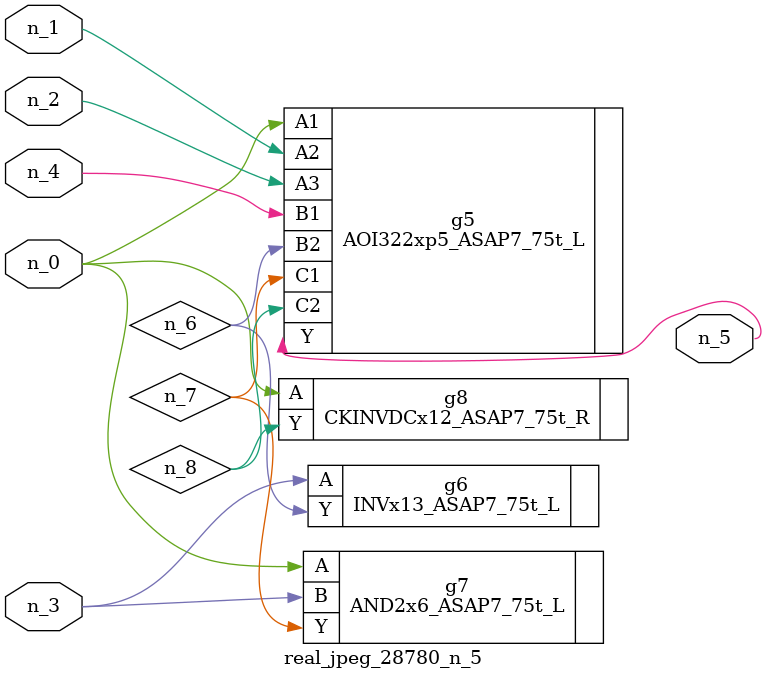
<source format=v>
module real_jpeg_28780_n_5 (n_4, n_0, n_1, n_2, n_3, n_5);

input n_4;
input n_0;
input n_1;
input n_2;
input n_3;

output n_5;

wire n_8;
wire n_6;
wire n_7;

AOI322xp5_ASAP7_75t_L g5 ( 
.A1(n_0),
.A2(n_1),
.A3(n_2),
.B1(n_4),
.B2(n_6),
.C1(n_7),
.C2(n_8),
.Y(n_5)
);

AND2x6_ASAP7_75t_L g7 ( 
.A(n_0),
.B(n_3),
.Y(n_7)
);

CKINVDCx12_ASAP7_75t_R g8 ( 
.A(n_0),
.Y(n_8)
);

INVx13_ASAP7_75t_L g6 ( 
.A(n_3),
.Y(n_6)
);


endmodule
</source>
